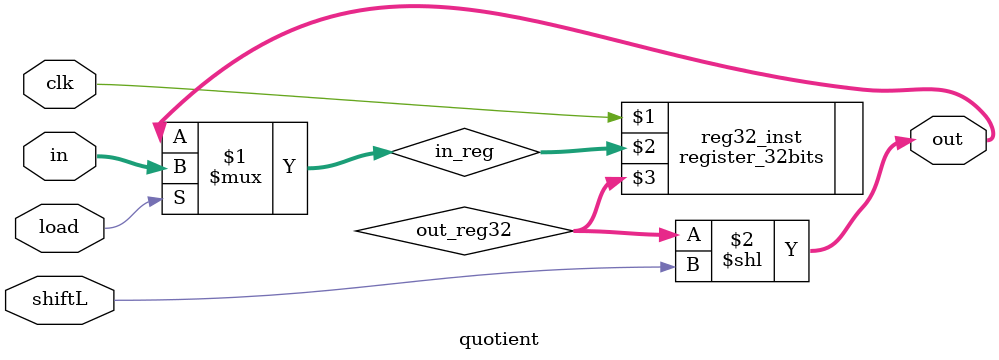
<source format=v>
module quotient(clk, load, in, shiftL, out);
    input [31:0] in;
	 output [31:0] out;
	 input shiftL;
	 input clk;
	 input load;
	 
	 wire [31:0] in;
	 wire [31:0] in_reg;
	 wire [31:0] out;
	 wire [31:0] out_reg32;
	 wire load;
	 
  assign in_reg = (load) ? in : out;  
  register_32bits reg32_inst (clk, in_reg, out_reg32);
  assign  out = out_reg32 << shiftL; 
  endmodule
  
</source>
